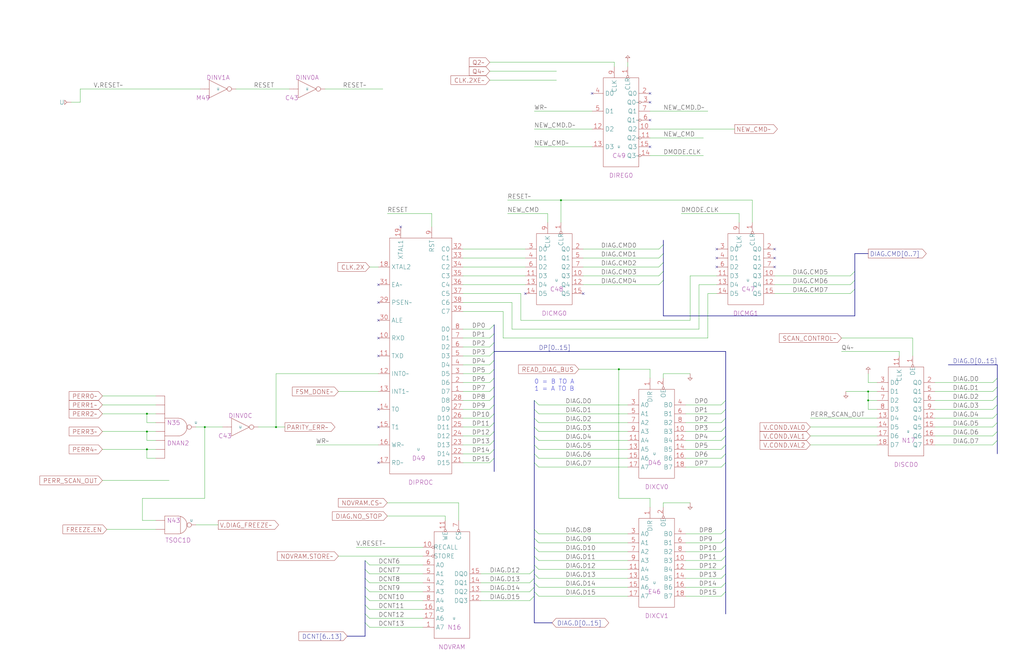
<source format=kicad_sch>
(kicad_sch (version 20220404) (generator eeschema)
  (paper "User" 584.2 378.46)
  (title_block (title "DIAGNOSTIC PROCESSOR\\n8051 AND NOVRAM") (date "22-MAR-90") (rev "1.0") (comment 1 "VALUE") (comment 2 "232-003063") (comment 3 "S400") (comment 4 "RELEASED"))
  (lib_symbols
    (symbol "r1000:8051" (pin_names (offset 1.016))
      (property "Reference" "U" (at 2.54 5.08 0))
      (property "Value" "8051" (at -1.27 -5.08 0))
      (property "Location" "___" (at -1.27 0 0))
      (property "Name" "______" (at 3.81 -15.24 0))
      (symbol "8051_1_1"
        (rectangle (start -13.97 125.73) (end 21.59 -8.89))
        (pin bidirectional line (at 27.94 38.1 180) (length 6.35) (name "D7") (number "1"))
        (pin input line (at -20.32 68.58 0) (length 6.35) (name "RXD") (number "10"))
        (pin output line (at -20.32 58.42 0) (length 6.35) (name "TXD") (number "11"))
        (pin input line (at -20.32 48.26 0) (length 6.35) (name "INT0~") (number "12"))
        (pin input line (at -20.32 38.1 0) (length 6.35) (name "INT1~") (number "13"))
        (pin bidirectional line (at -20.32 27.94 0) (length 6.35) (name "T0") (number "14"))
        (pin input line (at -20.32 17.78 0) (length 6.35) (name "T1") (number "15"))
        (pin output line (at -20.32 7.62 0) (length 6.35) (name "WR~") (number "16"))
        (pin bidirectional line (at -20.32 -2.54 0) (length 6.35) (name "RD~") (number "17"))
        (pin input line (at -20.32 109.22 0) (length 6.35) (name "XTAL2") (number "18"))
        (pin input line (at -7.62 132.08 270) (length 6.35) (name "XTAL1") (number "19"))
        (pin bidirectional line (at 27.94 43.18 180) (length 6.35) (name "D6") (number "2"))
        (pin bidirectional line (at 27.94 -2.54 180) (length 6.35) (name "D15") (number "21"))
        (pin bidirectional line (at 27.94 2.54 180) (length 6.35) (name "D14") (number "22"))
        (pin bidirectional line (at 27.94 7.62 180) (length 6.35) (name "D13") (number "23"))
        (pin bidirectional line (at 27.94 12.7 180) (length 6.35) (name "D12") (number "24"))
        (pin bidirectional line (at 27.94 17.78 180) (length 6.35) (name "D11") (number "25"))
        (pin bidirectional line (at 27.94 22.86 180) (length 6.35) (name "D10") (number "26"))
        (pin bidirectional line (at 27.94 27.94 180) (length 6.35) (name "D9") (number "27"))
        (pin bidirectional line (at 27.94 33.02 180) (length 6.35) (name "D8") (number "28"))
        (pin output line (at -20.32 88.9 0) (length 6.35) (name "PSEN~") (number "29"))
        (pin bidirectional line (at 27.94 48.26 180) (length 6.35) (name "D5") (number "3"))
        (pin output line (at -20.32 78.74 0) (length 6.35) (name "ALE") (number "30"))
        (pin input line (at -20.32 99.06 0) (length 6.35) (name "EA~") (number "31"))
        (pin bidirectional line (at 27.94 119.38 180) (length 6.35) (name "C0") (number "32"))
        (pin bidirectional line (at 27.94 114.3 180) (length 6.35) (name "C1") (number "33"))
        (pin bidirectional line (at 27.94 109.22 180) (length 6.35) (name "C2") (number "34"))
        (pin bidirectional line (at 27.94 104.14 180) (length 6.35) (name "C3") (number "35"))
        (pin bidirectional line (at 27.94 99.06 180) (length 6.35) (name "C4") (number "36"))
        (pin bidirectional line (at 27.94 93.98 180) (length 6.35) (name "C5") (number "37"))
        (pin bidirectional line (at 27.94 88.9 180) (length 6.35) (name "C6") (number "38"))
        (pin bidirectional line (at 27.94 83.82 180) (length 6.35) (name "C7") (number "39"))
        (pin bidirectional line (at 27.94 53.34 180) (length 6.35) (name "D4") (number "4"))
        (pin bidirectional line (at 27.94 58.42 180) (length 6.35) (name "D3") (number "5"))
        (pin bidirectional line (at 27.94 63.5 180) (length 6.35) (name "D2") (number "6"))
        (pin bidirectional line (at 27.94 68.58 180) (length 6.35) (name "D1") (number "7"))
        (pin bidirectional line (at 27.94 73.66 180) (length 6.35) (name "D0") (number "8"))
        (pin input line (at 10.16 132.08 270) (length 6.35) (name "RST") (number "9"))
      )
    )
    (symbol "r1000:F04" (pin_numbers hide) (pin_names hide)
      (property "Reference" "U" (at 0 0 0))
      (property "Value" "F04" (at 1.27 -5.08 0))
      (property "Location" "___" (at -12.7 -5.08 0))
      (property "Name" "______" (at 0 5.08 0))
      (symbol "F04_0_1"
        (polyline (pts (xy -7.62 0) (xy -5.08 0)) (stroke (width 0.1524)))
        (polyline (pts (xy -5.08 5.08) (xy -5.08 -5.08)) (stroke (width 0.1524)))
        (polyline (pts (xy 5.08 0) (xy -5.08 -5.08)) (stroke (width 0.1524)))
        (polyline (pts (xy 5.08 0) (xy -5.08 5.08)) (stroke (width 0.1524)))
        (circle (center 6.35 0) (radius 1.27) (stroke (width 0.1524)))
      )
      (symbol "F04_1_1"
        (pin input line (at -10.16 0 0) (length 2.54) (name "D0") (number "1"))
        (pin output line (at 10.16 0 180) (length 2.54) (name "Q") (number "2"))
      )
    )
    (symbol "r1000:F174" (pin_names (offset 1.016))
      (property "Reference" "U" (at 2.54 5.08 0))
      (property "Value" "F174" (at -3.81 -7.62 0))
      (property "Location" "___" (at -1.27 0 0))
      (property "Name" "______" (at 1.27 -15.24 0))
      (symbol "F174_1_1"
        (rectangle (start -8.89 31.75) (end 11.43 -8.89))
        (circle (center 5.08 32.385) (radius 0.635))
        (pin input line (at 5.08 38.1 270) (length 5.08) (name "CLR") (number "1"))
        (pin output line (at 17.78 7.62 180) (length 6.35) (name "Q3") (number "10"))
        (pin input line (at -15.24 7.62 0) (length 6.35) (name "D3") (number "11"))
        (pin output line (at 17.78 2.54 180) (length 6.35) (name "Q4") (number "12"))
        (pin input line (at -15.24 2.54 0) (length 6.35) (name "D4") (number "13"))
        (pin input line (at -15.24 -2.54 0) (length 6.35) (name "D5") (number "14"))
        (pin output line (at 17.78 -2.54 180) (length 6.35) (name "Q5") (number "15"))
        (pin output line (at 17.78 22.86 180) (length 6.35) (name "Q0") (number "2"))
        (pin input line (at -15.24 22.86 0) (length 6.35) (name "D0") (number "3"))
        (pin input line (at -15.24 17.78 0) (length 6.35) (name "D1") (number "4"))
        (pin output line (at 17.78 17.78 180) (length 6.35) (name "Q1") (number "5"))
        (pin input line (at -15.24 12.7 0) (length 6.35) (name "D2") (number "6"))
        (pin output line (at 17.78 12.7 180) (length 6.35) (name "Q2") (number "7"))
        (pin input line (at -2.54 38.1 270) (length 6.35) (name "CLK") (number "9"))
      )
    )
    (symbol "r1000:F175" (pin_names (offset 1.016))
      (property "Reference" "U" (at 2.54 5.08 0))
      (property "Value" "F175" (at -1.27 -5.08 0))
      (property "Location" "___" (at -1.27 0 0))
      (property "Name" "______" (at 3.81 -12.7 0))
      (symbol "F175_1_1"
        (rectangle (start -6.35 44.45) (end 13.97 -6.35))
        (circle (center 7.62 45.085) (radius 0.635))
        (circle (center 14.605 0) (radius 0.635))
        (circle (center 14.605 10.16) (radius 0.635))
        (circle (center 14.605 20.32) (radius 0.635))
        (circle (center 14.605 30.48) (radius 0.635))
        (pin input line (at 7.62 50.8 270) (length 5.08) (name "CLR") (number "1"))
        (pin output line (at 20.32 15.24 180) (length 6.35) (name "Q2") (number "10"))
        (pin output line (at 20.32 10.16 180) (length 5.08) (name "Q2~") (number "11"))
        (pin input line (at -12.7 15.24 0) (length 6.35) (name "D2") (number "12"))
        (pin input line (at -12.7 5.08 0) (length 6.35) (name "D3") (number "13"))
        (pin output line (at 20.32 0 180) (length 5.08) (name "Q3~") (number "14"))
        (pin output line (at 20.32 5.08 180) (length 6.35) (name "Q3") (number "15"))
        (pin output line (at 20.32 35.56 180) (length 6.35) (name "Q0") (number "2"))
        (pin output line (at 20.32 30.48 180) (length 5.08) (name "Q0~") (number "3"))
        (pin input line (at -12.7 35.56 0) (length 6.35) (name "D0") (number "4"))
        (pin input line (at -12.7 25.4 0) (length 6.35) (name "D1") (number "5"))
        (pin output line (at 20.32 20.32 180) (length 5.08) (name "Q1~") (number "6"))
        (pin output line (at 20.32 25.4 180) (length 6.35) (name "Q1") (number "7"))
        (pin input line (at 0 50.8 270) (length 6.35) (name "CLK") (number "9"))
      )
    )
    (symbol "r1000:F245" (pin_names (offset 1.016))
      (property "Reference" "U" (at 2.54 5.08 0))
      (property "Value" "F245" (at -3.81 -7.62 0))
      (property "Location" "___" (at -1.27 0 0))
      (property "Name" "______" (at 3.81 -15.24 0))
      (symbol "F245_1_1"
        (rectangle (start -6.35 41.91) (end 13.97 -8.89))
        (circle (center 7.62 42.545) (radius 0.635))
        (pin input line (at 0 48.26 270) (length 6.35) (name "DIR") (number "1"))
        (pin bidirectional line (at 20.32 17.78 180) (length 6.35) (name "B3") (number "10"))
        (pin bidirectional line (at -12.7 12.7 0) (length 6.35) (name "A4") (number "11"))
        (pin bidirectional line (at 20.32 12.7 180) (length 6.35) (name "B4") (number "12"))
        (pin bidirectional line (at -12.7 7.62 0) (length 6.35) (name "A5") (number "13"))
        (pin bidirectional line (at 20.32 7.62 180) (length 6.35) (name "B5") (number "14"))
        (pin bidirectional line (at -12.7 2.54 0) (length 6.35) (name "A6") (number "15"))
        (pin bidirectional line (at 20.32 2.54 180) (length 6.35) (name "B6") (number "16"))
        (pin bidirectional line (at -12.7 -2.54 0) (length 6.35) (name "A7") (number "17"))
        (pin bidirectional line (at 20.32 -2.54 180) (length 6.35) (name "B7") (number "18"))
        (pin input line (at 7.62 48.26 270) (length 5.08) (name "OE") (number "2"))
        (pin bidirectional line (at -12.7 33.02 0) (length 6.35) (name "A0") (number "3"))
        (pin bidirectional line (at 20.32 33.02 180) (length 6.35) (name "B0") (number "4"))
        (pin bidirectional line (at -12.7 27.94 0) (length 6.35) (name "A1") (number "5"))
        (pin bidirectional line (at 20.32 27.94 180) (length 6.35) (name "B1") (number "6"))
        (pin bidirectional line (at -12.7 22.86 0) (length 6.35) (name "A2") (number "7"))
        (pin bidirectional line (at 20.32 22.86 180) (length 6.35) (name "B2") (number "8"))
        (pin bidirectional line (at -12.7 17.78 0) (length 6.35) (name "A3") (number "9"))
      )
    )
    (symbol "r1000:F30" (pin_numbers hide) (pin_names hide)
      (property "Reference" "U" (at 15.24 2.54 0))
      (property "Value" "F30" (at 2.54 -2.54 0))
      (property "Location" "___" (at 2.54 2.54 0))
      (property "Name" "______" (at 5.08 -10.62 0))
      (symbol "F30_0_0"
        (polyline (pts (xy -2.54 -5.08) (xy 5.08 -5.08)) (stroke (width 0.1524)))
        (polyline (pts (xy -2.54 5.08) (xy 5.08 5.08)) (stroke (width 0.1524)))
        (arc (start 5.08 -5.08) (mid 8.6721 -3.5921) (end 10.16 0) (stroke (width 0.1524)))
        (arc (start 10.16 0) (mid 8.6721 3.5921) (end 5.08 5.08) (stroke (width 0.1524)))
        (circle (center 11.43 0) (radius 1.27) (stroke (width 0.1524)))
      )
      (symbol "F30_0_1"
        (polyline (pts (xy -2.54 -7.62) (xy -2.54 -17.78)) (stroke (width 0.1524)))
        (polyline (pts (xy -2.54 -5.08) (xy -2.54 -7.62)) (stroke (width 0.1524)))
        (polyline (pts (xy -2.54 5.08) (xy -2.54 -5.08)) (stroke (width 0.1524)))
        (polyline (pts (xy -2.54 7.62) (xy -2.54 5.08)) (stroke (width 0.1524)))
        (polyline (pts (xy -2.54 17.145) (xy -2.54 7.62)) (stroke (width 0.1524)))
        (polyline (pts (xy -2.54 17.78) (xy -2.54 17.145)) (stroke (width 0.1524)))
      )
      (symbol "F30_1_1"
        (pin input line (at -7.62 7.62 0) (length 5.08) (name "D2") (number "1"))
        (pin input line (at -7.62 17.78 0) (length 5.08) (name "D0") (number "11"))
        (pin input line (at -7.62 12.7 0) (length 5.08) (name "D1") (number "12"))
        (pin input line (at -7.62 2.54 0) (length 5.08) (name "D3") (number "2"))
        (pin input line (at -7.62 -2.54 0) (length 5.08) (name "D4") (number "3"))
        (pin input line (at -7.62 -7.62 0) (length 5.08) (name "D5") (number "4"))
        (pin input line (at -7.62 -12.7 0) (length 5.08) (name "D6") (number "5"))
        (pin input line (at -7.62 -17.78 0) (length 5.08) (name "D7") (number "6"))
        (pin output line (at 15.24 0 180) (length 2.54) (name "Q") (number "8"))
      )
    )
    (symbol "r1000:F374" (pin_names (offset 1.016))
      (property "Reference" "U" (at 2.54 5.08 0))
      (property "Value" "F374" (at -3.81 -7.62 0))
      (property "Location" "___" (at -1.27 0 0))
      (property "Name" "______" (at 1.27 -15.24 0))
      (symbol "F374_1_1"
        (rectangle (start -8.89 41.91) (end 11.43 -8.89))
        (circle (center 5.08 42.545) (radius 0.635))
        (pin input line (at 5.08 48.26 270) (length 5.08) (name "OE") (number "1"))
        (pin input line (at -2.54 48.26 270) (length 6.35) (name "CLK") (number "11"))
        (pin tri_state line (at 17.78 12.7 180) (length 6.35) (name "Q4") (number "12"))
        (pin input line (at -15.24 12.7 0) (length 6.35) (name "D4") (number "13"))
        (pin input line (at -15.24 7.62 0) (length 6.35) (name "D5") (number "14"))
        (pin tri_state line (at 17.78 7.62 180) (length 6.35) (name "Q5") (number "15"))
        (pin tri_state line (at 17.78 2.54 180) (length 6.35) (name "Q6") (number "16"))
        (pin input line (at -15.24 2.54 0) (length 6.35) (name "D6") (number "17"))
        (pin input line (at -15.24 -2.54 0) (length 6.35) (name "D7") (number "18"))
        (pin tri_state line (at 17.78 -2.54 180) (length 6.35) (name "Q7") (number "19"))
        (pin tri_state line (at 17.78 33.02 180) (length 6.35) (name "Q0") (number "2"))
        (pin input line (at -15.24 33.02 0) (length 6.35) (name "D0") (number "3"))
        (pin input line (at -15.24 27.94 0) (length 6.35) (name "D1") (number "4"))
        (pin tri_state line (at 17.78 27.94 180) (length 6.35) (name "Q1") (number "5"))
        (pin tri_state line (at 17.78 22.86 180) (length 6.35) (name "Q2") (number "6"))
        (pin input line (at -15.24 22.86 0) (length 6.35) (name "D2") (number "7"))
        (pin input line (at -15.24 17.78 0) (length 6.35) (name "D3") (number "8"))
        (pin tri_state line (at 17.78 17.78 180) (length 6.35) (name "Q3") (number "9"))
      )
    )
    (symbol "r1000:F38" (pin_numbers hide) (pin_names hide)
      (property "Reference" "U" (at 12.7 2.54 0))
      (property "Value" "F38" (at 2.54 -2.54 0))
      (property "Location" "___" (at 2.54 2.54 0))
      (property "Name" "______" (at 5.08 -10.16 0))
      (symbol "F38_0_1"
        (polyline (pts (xy -2.54 -5.08) (xy 5.08 -5.08)) (stroke (width 0.1524)))
        (polyline (pts (xy -2.54 5.08) (xy -2.54 -5.08)) (stroke (width 0.1524)))
        (polyline (pts (xy -2.54 5.08) (xy 5.08 5.08)) (stroke (width 0.1524)))
        (polyline (pts (xy 6.45 4.9) (xy 6.45 -4.9)) (stroke (width 0.1524)))
        (arc (start 5.08 -5.08) (mid 8.6786 -3.5986) (end 10.16 0) (stroke (width 0.1524)))
        (arc (start 10.16 0) (mid 8.6721 3.5921) (end 5.08 5.08) (stroke (width 0.1524)))
        (circle (center 11.43 0) (radius 1.27) (stroke (width 0.1524)))
      )
      (symbol "F38_0_2"
        (arc (start -3.81 -5.08) (mid -1.8386 0) (end -3.81 5.08) (stroke (width 0.1524)))
        (circle (center -3.81 -2.54) (radius 1.27) (stroke (width 0.1524)))
        (circle (center -3.81 2.54) (radius 1.27) (stroke (width 0.1524)))
        (polyline (pts (xy -3.81 -5.08) (xy 2.54 -5.08)) (stroke (width 0.1524)))
        (polyline (pts (xy -3.81 5.08) (xy 2.54 5.08)) (stroke (width 0.1524)))
        (polyline (pts (xy 7.62 3.175) (xy 7.62 -3.175)) (stroke (width 0.1524)))
        (arc (start 2.54 -5.08) (mid 7.0537 -3.5955) (end 10.16 0) (stroke (width 0.1524)))
        (arc (start 10.16 0) (mid 7.0527 3.594) (end 2.54 5.08) (stroke (width 0.1524)))
      )
      (symbol "F38_1_1"
        (pin input line (at -7.62 2.54 0) (length 5.08) (name "D0") (number "1"))
        (pin input line (at -7.62 -2.54 0) (length 5.08) (name "D1") (number "2"))
        (pin open_collector line (at 15.24 0 180) (length 2.54) (name "Q") (number "3"))
      )
      (symbol "F38_1_2"
        (pin input line (at -7.62 2.54 0) (length 2.54) (name "D0") (number "1"))
        (pin input line (at -7.62 -2.54 0) (length 2.54) (name "D1") (number "2"))
        (pin open_collector line (at 15.24 0 180) (length 5.08) (name "Q") (number "3"))
      )
    )
    (symbol "r1000:GB" (pin_numbers hide) (pin_names (offset 0) hide)
      (property "Reference" "GB" (at 3.81 0 0))
      (symbol "GB_0_1"
        (polyline (pts (xy 2.54 0) (xy 3.81 1.27) (xy 3.81 -1.27) (xy 2.54 0)) (stroke (width 0.1524)))
      )
      (symbol "GB_1_1"
        (pin bidirectional line (at 0 0 0) (length 2.54) (name "") (number "1"))
      )
    )
    (symbol "r1000:NOVRAM" (pin_names (offset 1.016))
      (property "Reference" "U" (at 2.54 5.08 0))
      (property "Value" "NOVRAM" (at -6.35 -5.08 0))
      (property "Location" "___" (at -1.27 0 0))
      (property "Name" "______" (at 1.27 -12.7 0))
      (symbol "NOVRAM_1_1"
        (circle (center -9.525 40.64) (radius 0.635))
        (circle (center -9.525 45.72) (radius 0.635))
        (rectangle (start -8.89 54.61) (end 11.43 -6.35))
        (circle (center -2.54 55.245) (radius 0.635))
        (circle (center 5.08 55.245) (radius 0.635))
        (pin input line (at -15.24 0 0) (length 6.35) (name "A7") (number "1"))
        (pin input line (at -15.24 45.72 0) (length 5.08) (name "RECALL") (number "10"))
        (pin input line (at -2.54 60.96 270) (length 5.08) (name "WE") (number "11"))
        (pin bidirectional line (at 17.78 15.24 180) (length 6.35) (name "DQ3") (number "12"))
        (pin bidirectional line (at 17.78 20.32 180) (length 6.35) (name "DQ2") (number "13"))
        (pin bidirectional line (at 17.78 25.4 180) (length 6.35) (name "DQ1") (number "14"))
        (pin bidirectional line (at 17.78 30.48 180) (length 6.35) (name "DQ0") (number "15"))
        (pin input line (at -15.24 10.16 0) (length 6.35) (name "A5") (number "16"))
        (pin input line (at -15.24 5.08 0) (length 6.35) (name "A6") (number "17"))
        (pin input line (at -15.24 20.32 0) (length 6.35) (name "A3") (number "3"))
        (pin input line (at -15.24 25.4 0) (length 6.35) (name "A2") (number "4"))
        (pin input line (at -15.24 30.48 0) (length 6.35) (name "A1") (number "5"))
        (pin input line (at -15.24 35.56 0) (length 6.35) (name "A0") (number "6"))
        (pin input line (at 5.08 60.96 270) (length 5.08) (name "CS") (number "7"))
        (pin input line (at -15.24 15.24 0) (length 6.35) (name "A4") (number "8"))
        (pin input line (at -15.24 40.64 0) (length 5.08) (name "STORE") (number "9"))
      )
    )
    (symbol "r1000:PD" (power) (pin_numbers hide) (pin_names hide) (in_bom no)
      (symbol "PD_0_1"
        (polyline (pts (xy 0 -2.54) (xy 1.27 -2.54) (xy 0 -3.81) (xy -1.27 -2.54) (xy 0 -2.54)) (stroke (width 0.1524)))
      )
      (symbol "PD_1_1"
        (pin power_in line (at 0 0 270) (length 2.54) (name "PD") (number "1"))
      )
    )
    (symbol "r1000:PU" (power) (pin_numbers hide) (pin_names hide)
      (symbol "PU_0_1"
        (polyline (pts (xy 0 2.54) (xy -1.27 2.54) (xy 0 3.81) (xy 1.27 2.54) (xy 0 2.54)) (stroke (width 0.1524)))
      )
      (symbol "PU_1_1"
        (pin power_in line (at 0 0 90) (length 2.54) (name "PU") (number "1"))
      )
    )
  )
  (junction (at 157.48 243.84))
  (junction (at 353.06 210.82))
  (junction (at 83.82 256.54))
  (junction (at 116.84 243.84))
  (junction (at 320.04 114.3))
  (junction (at 495.3 223.52))
  (junction (at 83.82 246.38))
  (junction (at 83.82 236.22))
  (junction (at 495.3 228.6))
  (no_connect (at 441.96 152.4))
  (no_connect (at 337.82 53.34))
  (no_connect (at 215.9 182.88))
  (no_connect (at 228.6 129.54))
  (no_connect (at 215.9 193.04))
  (no_connect (at 215.9 203.2))
  (no_connect (at 408.94 152.4))
  (no_connect (at 408.94 147.32))
  (no_connect (at 215.9 264.16))
  (no_connect (at 215.9 162.56))
  (no_connect (at 332.74 167.64))
  (no_connect (at 441.96 142.24))
  (no_connect (at 370.84 58.42))
  (no_connect (at 215.9 172.72))
  (no_connect (at 441.96 147.32))
  (no_connect (at 370.84 68.58))
  (no_connect (at 370.84 53.34))
  (no_connect (at 215.9 233.68))
  (no_connect (at 299.72 167.64))
  (no_connect (at 408.94 142.24))
  (no_connect (at 215.9 243.84))
  (no_connect (at 370.84 83.82))
  (bus_entry (at 208.28 350.52) (size 2.54 2.54))
  (bus_entry (at 414.02 317.5) (size -2.54 2.54))
  (bus_entry (at 281.94 210.82) (size -2.54 2.54))
  (bus_entry (at 304.8 322.58) (size 2.54 2.54))
  (bus_entry (at 304.8 259.08) (size 2.54 2.54))
  (bus_entry (at 304.8 340.36) (size -2.54 2.54))
  (bus_entry (at 568.96 220.98) (size -2.54 2.54))
  (bus_entry (at 487.68 160.02) (size -2.54 2.54))
  (bus_entry (at 281.94 256.54) (size -2.54 2.54))
  (bus_entry (at 281.94 241.3) (size -2.54 2.54))
  (bus_entry (at 414.02 233.68) (size -2.54 2.54))
  (bus_entry (at 304.8 243.84) (size 2.54 2.54))
  (bus_entry (at 304.8 307.34) (size 2.54 2.54))
  (bus_entry (at 304.8 335.28) (size -2.54 2.54))
  (bus_entry (at 414.02 228.6) (size -2.54 2.54))
  (bus_entry (at 304.8 238.76) (size 2.54 2.54))
  (bus_entry (at 414.02 264.16) (size -2.54 2.54))
  (bus_entry (at 304.8 330.2) (size -2.54 2.54))
  (bus_entry (at 487.68 154.94) (size -2.54 2.54))
  (bus_entry (at 414.02 238.76) (size -2.54 2.54))
  (bus_entry (at 414.02 254) (size -2.54 2.54))
  (bus_entry (at 281.94 231.14) (size -2.54 2.54))
  (bus_entry (at 281.94 215.9) (size -2.54 2.54))
  (bus_entry (at 281.94 251.46) (size -2.54 2.54))
  (bus_entry (at 304.8 317.5) (size 2.54 2.54))
  (bus_entry (at 281.94 190.5) (size -2.54 2.54))
  (bus_entry (at 281.94 185.42) (size -2.54 2.54))
  (bus_entry (at 568.96 251.46) (size -2.54 2.54))
  (bus_entry (at 378.46 139.7) (size -2.54 2.54))
  (bus_entry (at 414.02 322.58) (size -2.54 2.54))
  (bus_entry (at 414.02 248.92) (size -2.54 2.54))
  (bus_entry (at 414.02 332.74) (size -2.54 2.54))
  (bus_entry (at 304.8 264.16) (size 2.54 2.54))
  (bus_entry (at 281.94 205.74) (size -2.54 2.54))
  (bus_entry (at 414.02 312.42) (size -2.54 2.54))
  (bus_entry (at 414.02 302.26) (size -2.54 2.54))
  (bus_entry (at 281.94 200.66) (size -2.54 2.54))
  (bus_entry (at 568.96 246.38) (size -2.54 2.54))
  (bus_entry (at 378.46 160.02) (size -2.54 2.54))
  (bus_entry (at 304.8 337.82) (size 2.54 2.54))
  (bus_entry (at 568.96 236.22) (size -2.54 2.54))
  (bus_entry (at 304.8 327.66) (size 2.54 2.54))
  (bus_entry (at 414.02 337.82) (size -2.54 2.54))
  (bus_entry (at 208.28 340.36) (size 2.54 2.54))
  (bus_entry (at 304.8 325.12) (size -2.54 2.54))
  (bus_entry (at 568.96 241.3) (size -2.54 2.54))
  (bus_entry (at 378.46 144.78) (size -2.54 2.54))
  (bus_entry (at 304.8 254) (size 2.54 2.54))
  (bus_entry (at 378.46 149.86) (size -2.54 2.54))
  (bus_entry (at 378.46 154.94) (size -2.54 2.54))
  (bus_entry (at 281.94 236.22) (size -2.54 2.54))
  (bus_entry (at 568.96 231.14) (size -2.54 2.54))
  (bus_entry (at 281.94 226.06) (size -2.54 2.54))
  (bus_entry (at 304.8 228.6) (size 2.54 2.54))
  (bus_entry (at 414.02 327.66) (size -2.54 2.54))
  (bus_entry (at 414.02 243.84) (size -2.54 2.54))
  (bus_entry (at 281.94 261.62) (size -2.54 2.54))
  (bus_entry (at 208.28 320.04) (size 2.54 2.54))
  (bus_entry (at 281.94 195.58) (size -2.54 2.54))
  (bus_entry (at 304.8 233.68) (size 2.54 2.54))
  (bus_entry (at 568.96 215.9) (size -2.54 2.54))
  (bus_entry (at 208.28 325.12) (size 2.54 2.54))
  (bus_entry (at 304.8 302.26) (size 2.54 2.54))
  (bus_entry (at 414.02 307.34) (size -2.54 2.54))
  (bus_entry (at 568.96 226.06) (size -2.54 2.54))
  (bus_entry (at 208.28 335.28) (size 2.54 2.54))
  (bus_entry (at 281.94 246.38) (size -2.54 2.54))
  (bus_entry (at 304.8 248.92) (size 2.54 2.54))
  (bus_entry (at 208.28 330.2) (size 2.54 2.54))
  (bus_entry (at 208.28 355.6) (size 2.54 2.54))
  (bus_entry (at 414.02 259.08) (size -2.54 2.54))
  (bus_entry (at 304.8 332.74) (size 2.54 2.54))
  (bus_entry (at 487.68 165.1) (size -2.54 2.54))
  (bus_entry (at 304.8 312.42) (size 2.54 2.54))
  (bus_entry (at 281.94 220.98) (size -2.54 2.54))
  (bus_entry (at 208.28 345.44) (size 2.54 2.54))
  (wire (pts (xy 88.9 297.18) (xy 81.28 297.18)))
  (wire (pts (xy 378.46 287.02) (xy 393.7 287.02)))
  (wire (pts (xy 264.16 208.28) (xy 279.4 208.28)))
  (wire (pts (xy 116.84 243.84) (xy 127 243.84)))
  (wire (pts (xy 157.48 243.84) (xy 162.56 243.84)))
  (wire (pts (xy 83.82 241.3) (xy 83.82 236.22)))
  (wire (pts (xy 441.96 167.64) (xy 485.14 167.64)))
  (wire (pts (xy 332.74 147.32) (xy 375.92 147.32)))
  (bus (pts (xy 304.8 337.82) (xy 304.8 340.36)))
  (bus (pts (xy 414.02 302.26) (xy 414.02 307.34)))
  (bus (pts (xy 568.96 215.9) (xy 568.96 220.98)))
  (wire (pts (xy 111.76 299.72) (xy 124.46 299.72)))
  (wire (pts (xy 391.16 304.8) (xy 411.48 304.8)))
  (wire (pts (xy 533.4 254) (xy 566.42 254)))
  (wire (pts (xy 58.42 236.22) (xy 83.82 236.22)))
  (wire (pts (xy 403.86 167.64) (xy 408.94 167.64)))
  (bus (pts (xy 414.02 327.66) (xy 414.02 332.74)))
  (wire (pts (xy 83.82 246.38) (xy 88.9 246.38)))
  (bus (pts (xy 568.96 208.28) (xy 568.96 215.9)))
  (bus (pts (xy 568.96 241.3) (xy 568.96 246.38)))
  (wire (pts (xy 500.38 233.68) (xy 495.3 233.68)))
  (bus (pts (xy 378.46 149.86) (xy 378.46 154.94)))
  (bus (pts (xy 304.8 355.6) (xy 314.96 355.6)))
  (bus (pts (xy 414.02 264.16) (xy 414.02 302.26)))
  (bus (pts (xy 414.02 228.6) (xy 414.02 233.68)))
  (bus (pts (xy 281.94 246.38) (xy 281.94 251.46)))
  (bus (pts (xy 414.02 233.68) (xy 414.02 238.76)))
  (wire (pts (xy 495.3 228.6) (xy 495.3 223.52)))
  (bus (pts (xy 378.46 137.16) (xy 378.46 139.7)))
  (wire (pts (xy 332.74 157.48) (xy 375.92 157.48)))
  (wire (pts (xy 58.42 231.14) (xy 88.9 231.14)))
  (wire (pts (xy 403.86 193.04) (xy 403.86 167.64)))
  (wire (pts (xy 307.34 231.14) (xy 358.14 231.14)))
  (wire (pts (xy 58.42 256.54) (xy 83.82 256.54)))
  (wire (pts (xy 520.7 193.04) (xy 480.06 193.04)))
  (wire (pts (xy 307.34 266.7) (xy 358.14 266.7)))
  (bus (pts (xy 568.96 226.06) (xy 568.96 231.14)))
  (wire (pts (xy 482.6 223.52) (xy 495.3 223.52)))
  (bus (pts (xy 414.02 254) (xy 414.02 259.08)))
  (wire (pts (xy 264.16 223.52) (xy 279.4 223.52)))
  (wire (pts (xy 378.46 213.36) (xy 393.7 213.36)))
  (wire (pts (xy 441.96 162.56) (xy 485.14 162.56)))
  (wire (pts (xy 185.42 50.8) (xy 218.44 50.8)))
  (wire (pts (xy 279.4 40.64) (xy 317.5 40.64)))
  (wire (pts (xy 391.16 261.62) (xy 411.48 261.62)))
  (bus (pts (xy 487.68 144.78) (xy 495.3 144.78)))
  (wire (pts (xy 495.3 223.52) (xy 500.38 223.52)))
  (bus (pts (xy 487.68 154.94) (xy 487.68 160.02)))
  (wire (pts (xy 261.62 287.02) (xy 261.62 297.18)))
  (wire (pts (xy 391.16 314.96) (xy 411.48 314.96)))
  (wire (pts (xy 391.16 266.7) (xy 411.48 266.7)))
  (wire (pts (xy 393.7 157.48) (xy 408.94 157.48)))
  (bus (pts (xy 304.8 248.92) (xy 304.8 254)))
  (bus (pts (xy 281.94 231.14) (xy 281.94 236.22)))
  (wire (pts (xy 370.84 73.66) (xy 419.1 73.66)))
  (wire (pts (xy 114.3 50.8) (xy 45.72 50.8)))
  (wire (pts (xy 370.84 289.56) (xy 370.84 284.48)))
  (wire (pts (xy 264.16 213.36) (xy 279.4 213.36)))
  (bus (pts (xy 304.8 312.42) (xy 304.8 317.5)))
  (wire (pts (xy 391.16 335.28) (xy 411.48 335.28)))
  (wire (pts (xy 287.02 193.04) (xy 403.86 193.04)))
  (bus (pts (xy 281.94 220.98) (xy 281.94 226.06)))
  (wire (pts (xy 358.14 35.56) (xy 358.14 38.1)))
  (wire (pts (xy 462.28 238.76) (xy 500.38 238.76)))
  (wire (pts (xy 116.84 284.48) (xy 116.84 243.84)))
  (wire (pts (xy 60.96 302.26) (xy 88.9 302.26)))
  (wire (pts (xy 264.16 264.16) (xy 279.4 264.16)))
  (wire (pts (xy 307.34 246.38) (xy 358.14 246.38)))
  (wire (pts (xy 408.94 162.56) (xy 398.78 162.56)))
  (bus (pts (xy 281.94 236.22) (xy 281.94 241.3)))
  (wire (pts (xy 533.4 243.84) (xy 566.42 243.84)))
  (wire (pts (xy 193.04 223.52) (xy 215.9 223.52)))
  (wire (pts (xy 353.06 210.82) (xy 353.06 284.48)))
  (wire (pts (xy 304.8 83.82) (xy 337.82 83.82)))
  (bus (pts (xy 541.02 208.28) (xy 568.96 208.28)))
  (wire (pts (xy 210.82 332.74) (xy 241.3 332.74)))
  (wire (pts (xy 307.34 256.54) (xy 358.14 256.54)))
  (wire (pts (xy 81.28 284.48) (xy 116.84 284.48)))
  (wire (pts (xy 58.42 274.32) (xy 96.52 274.32)))
  (wire (pts (xy 297.18 182.88) (xy 393.7 182.88)))
  (wire (pts (xy 533.4 218.44) (xy 566.42 218.44)))
  (wire (pts (xy 210.82 152.4) (xy 215.9 152.4)))
  (wire (pts (xy 264.16 162.56) (xy 299.72 162.56)))
  (bus (pts (xy 208.28 325.12) (xy 208.28 330.2)))
  (wire (pts (xy 58.42 226.06) (xy 88.9 226.06)))
  (wire (pts (xy 289.56 121.92) (xy 312.42 121.92)))
  (bus (pts (xy 281.94 200.66) (xy 414.02 200.66)))
  (wire (pts (xy 332.74 152.4) (xy 375.92 152.4)))
  (bus (pts (xy 281.94 215.9) (xy 281.94 220.98)))
  (wire (pts (xy 180.34 254) (xy 215.9 254)))
  (wire (pts (xy 264.16 203.2) (xy 279.4 203.2)))
  (wire (pts (xy 495.3 233.68) (xy 495.3 228.6)))
  (wire (pts (xy 462.28 248.92) (xy 500.38 248.92)))
  (wire (pts (xy 210.82 337.82) (xy 241.3 337.82)))
  (bus (pts (xy 487.68 160.02) (xy 487.68 165.1)))
  (wire (pts (xy 350.52 38.1) (xy 350.52 35.56)))
  (wire (pts (xy 220.98 294.64) (xy 254 294.64)))
  (wire (pts (xy 274.32 327.66) (xy 302.26 327.66)))
  (wire (pts (xy 304.8 73.66) (xy 337.82 73.66)))
  (bus (pts (xy 304.8 238.76) (xy 304.8 243.84)))
  (bus (pts (xy 208.28 355.6) (xy 208.28 363.22)))
  (wire (pts (xy 391.16 320.04) (xy 411.48 320.04)))
  (bus (pts (xy 487.68 165.1) (xy 487.68 180.34)))
  (bus (pts (xy 304.8 335.28) (xy 304.8 337.82)))
  (wire (pts (xy 307.34 304.8) (xy 358.14 304.8)))
  (wire (pts (xy 264.16 177.8) (xy 287.02 177.8)))
  (wire (pts (xy 378.46 289.56) (xy 378.46 287.02)))
  (bus (pts (xy 568.96 231.14) (xy 568.96 236.22)))
  (bus (pts (xy 378.46 139.7) (xy 378.46 144.78)))
  (wire (pts (xy 210.82 358.14) (xy 241.3 358.14)))
  (wire (pts (xy 320.04 114.3) (xy 429.26 114.3)))
  (wire (pts (xy 312.42 127) (xy 312.42 121.92)))
  (bus (pts (xy 414.02 200.66) (xy 414.02 228.6)))
  (wire (pts (xy 287.02 177.8) (xy 287.02 193.04)))
  (wire (pts (xy 370.84 284.48) (xy 353.06 284.48)))
  (bus (pts (xy 304.8 228.6) (xy 304.8 233.68)))
  (wire (pts (xy 533.4 228.6) (xy 566.42 228.6)))
  (wire (pts (xy 391.16 236.22) (xy 411.48 236.22)))
  (wire (pts (xy 210.82 327.66) (xy 241.3 327.66)))
  (wire (pts (xy 370.84 215.9) (xy 370.84 210.82)))
  (wire (pts (xy 391.16 251.46) (xy 411.48 251.46)))
  (wire (pts (xy 292.1 187.96) (xy 292.1 172.72)))
  (wire (pts (xy 246.38 129.54) (xy 246.38 121.92)))
  (bus (pts (xy 487.68 144.78) (xy 487.68 154.94)))
  (bus (pts (xy 198.12 363.22) (xy 208.28 363.22)))
  (wire (pts (xy 307.34 261.62) (xy 358.14 261.62)))
  (bus (pts (xy 568.96 246.38) (xy 568.96 251.46)))
  (wire (pts (xy 391.16 246.38) (xy 411.48 246.38)))
  (wire (pts (xy 58.42 246.38) (xy 83.82 246.38)))
  (wire (pts (xy 203.2 312.42) (xy 241.3 312.42)))
  (wire (pts (xy 264.16 218.44) (xy 279.4 218.44)))
  (wire (pts (xy 462.28 243.84) (xy 500.38 243.84)))
  (wire (pts (xy 307.34 309.88) (xy 358.14 309.88)))
  (bus (pts (xy 304.8 332.74) (xy 304.8 335.28)))
  (wire (pts (xy 83.82 236.22) (xy 88.9 236.22)))
  (wire (pts (xy 391.16 330.2) (xy 411.48 330.2)))
  (wire (pts (xy 297.18 167.64) (xy 297.18 182.88)))
  (wire (pts (xy 520.7 203.2) (xy 520.7 193.04)))
  (bus (pts (xy 304.8 302.26) (xy 304.8 307.34)))
  (wire (pts (xy 210.82 342.9) (xy 241.3 342.9)))
  (wire (pts (xy 261.62 287.02) (xy 220.98 287.02)))
  (wire (pts (xy 307.34 330.2) (xy 358.14 330.2)))
  (wire (pts (xy 274.32 332.74) (xy 302.26 332.74)))
  (bus (pts (xy 281.94 195.58) (xy 281.94 200.66)))
  (wire (pts (xy 462.28 254) (xy 500.38 254)))
  (wire (pts (xy 391.16 231.14) (xy 411.48 231.14)))
  (wire (pts (xy 393.7 182.88) (xy 393.7 157.48)))
  (bus (pts (xy 304.8 254) (xy 304.8 259.08)))
  (bus (pts (xy 281.94 256.54) (xy 281.94 261.62)))
  (wire (pts (xy 292.1 172.72) (xy 264.16 172.72)))
  (bus (pts (xy 414.02 322.58) (xy 414.02 327.66)))
  (wire (pts (xy 332.74 142.24) (xy 375.92 142.24)))
  (wire (pts (xy 274.32 342.9) (xy 302.26 342.9)))
  (wire (pts (xy 264.16 187.96) (xy 279.4 187.96)))
  (bus (pts (xy 304.8 259.08) (xy 304.8 264.16)))
  (wire (pts (xy 320.04 114.3) (xy 320.04 127)))
  (bus (pts (xy 568.96 236.22) (xy 568.96 241.3)))
  (bus (pts (xy 304.8 330.2) (xy 304.8 332.74)))
  (wire (pts (xy 193.04 317.5) (xy 241.3 317.5)))
  (wire (pts (xy 533.4 223.52) (xy 566.42 223.52)))
  (bus (pts (xy 414.02 312.42) (xy 414.02 317.5)))
  (wire (pts (xy 147.32 243.84) (xy 157.48 243.84)))
  (bus (pts (xy 304.8 327.66) (xy 304.8 330.2)))
  (wire (pts (xy 45.72 58.42) (xy 40.64 58.42)))
  (wire (pts (xy 391.16 241.3) (xy 411.48 241.3)))
  (bus (pts (xy 378.46 154.94) (xy 378.46 160.02)))
  (bus (pts (xy 378.46 160.02) (xy 378.46 180.34)))
  (wire (pts (xy 533.4 233.68) (xy 566.42 233.68)))
  (wire (pts (xy 391.16 256.54) (xy 411.48 256.54)))
  (wire (pts (xy 289.56 114.3) (xy 320.04 114.3)))
  (wire (pts (xy 279.4 45.72) (xy 317.5 45.72)))
  (wire (pts (xy 307.34 241.3) (xy 358.14 241.3)))
  (bus (pts (xy 304.8 243.84) (xy 304.8 248.92)))
  (wire (pts (xy 307.34 314.96) (xy 358.14 314.96)))
  (bus (pts (xy 208.28 350.52) (xy 208.28 355.6)))
  (bus (pts (xy 281.94 241.3) (xy 281.94 246.38)))
  (bus (pts (xy 208.28 330.2) (xy 208.28 335.28)))
  (wire (pts (xy 264.16 228.6) (xy 279.4 228.6)))
  (wire (pts (xy 134.62 50.8) (xy 165.1 50.8)))
  (wire (pts (xy 495.3 218.44) (xy 495.3 213.36)))
  (wire (pts (xy 88.9 241.3) (xy 83.82 241.3)))
  (wire (pts (xy 264.16 198.12) (xy 279.4 198.12)))
  (wire (pts (xy 500.38 228.6) (xy 495.3 228.6)))
  (wire (pts (xy 353.06 210.82) (xy 370.84 210.82)))
  (wire (pts (xy 274.32 337.82) (xy 302.26 337.82)))
  (wire (pts (xy 88.9 251.46) (xy 83.82 251.46)))
  (wire (pts (xy 264.16 142.24) (xy 299.72 142.24)))
  (bus (pts (xy 414.02 317.5) (xy 414.02 322.58)))
  (wire (pts (xy 398.78 162.56) (xy 398.78 187.96)))
  (wire (pts (xy 421.64 127) (xy 421.64 121.92)))
  (wire (pts (xy 391.16 325.12) (xy 411.48 325.12)))
  (wire (pts (xy 83.82 256.54) (xy 88.9 256.54)))
  (bus (pts (xy 281.94 210.82) (xy 281.94 215.9)))
  (bus (pts (xy 281.94 200.66) (xy 281.94 205.74)))
  (wire (pts (xy 279.4 35.56) (xy 350.52 35.56)))
  (wire (pts (xy 264.16 193.04) (xy 279.4 193.04)))
  (bus (pts (xy 304.8 264.16) (xy 304.8 302.26)))
  (wire (pts (xy 254 297.18) (xy 254 294.64)))
  (wire (pts (xy 264.16 147.32) (xy 299.72 147.32)))
  (wire (pts (xy 111.76 243.84) (xy 116.84 243.84)))
  (bus (pts (xy 414.02 248.92) (xy 414.02 254)))
  (wire (pts (xy 533.4 238.76) (xy 566.42 238.76)))
  (bus (pts (xy 414.02 337.82) (xy 414.02 350.52)))
  (bus (pts (xy 304.8 233.68) (xy 304.8 238.76)))
  (wire (pts (xy 391.16 340.36) (xy 411.48 340.36)))
  (wire (pts (xy 330.2 210.82) (xy 353.06 210.82)))
  (bus (pts (xy 414.02 259.08) (xy 414.02 264.16)))
  (wire (pts (xy 210.82 353.06) (xy 241.3 353.06)))
  (bus (pts (xy 281.94 261.62) (xy 281.94 269.24)))
  (bus (pts (xy 281.94 190.5) (xy 281.94 195.58)))
  (wire (pts (xy 264.16 254) (xy 279.4 254)))
  (bus (pts (xy 414.02 332.74) (xy 414.02 337.82)))
  (bus (pts (xy 281.94 251.46) (xy 281.94 256.54)))
  (bus (pts (xy 304.8 340.36) (xy 304.8 355.6)))
  (wire (pts (xy 533.4 248.92) (xy 566.42 248.92)))
  (wire (pts (xy 307.34 251.46) (xy 358.14 251.46)))
  (wire (pts (xy 370.84 78.74) (xy 401.32 78.74)))
  (bus (pts (xy 304.8 317.5) (xy 304.8 322.58)))
  (bus (pts (xy 281.94 205.74) (xy 281.94 210.82)))
  (wire (pts (xy 45.72 50.8) (xy 45.72 58.42)))
  (bus (pts (xy 568.96 251.46) (xy 568.96 259.08)))
  (wire (pts (xy 264.16 248.92) (xy 279.4 248.92)))
  (bus (pts (xy 304.8 325.12) (xy 304.8 327.66)))
  (wire (pts (xy 157.48 243.84) (xy 157.48 213.36)))
  (wire (pts (xy 264.16 167.64) (xy 297.18 167.64)))
  (bus (pts (xy 208.28 335.28) (xy 208.28 340.36)))
  (wire (pts (xy 429.26 127) (xy 429.26 114.3)))
  (wire (pts (xy 264.16 243.84) (xy 279.4 243.84)))
  (wire (pts (xy 307.34 340.36) (xy 358.14 340.36)))
  (wire (pts (xy 398.78 187.96) (xy 292.1 187.96)))
  (wire (pts (xy 307.34 236.22) (xy 358.14 236.22)))
  (wire (pts (xy 388.62 121.92) (xy 421.64 121.92)))
  (bus (pts (xy 378.46 144.78) (xy 378.46 149.86)))
  (wire (pts (xy 264.16 238.76) (xy 279.4 238.76)))
  (bus (pts (xy 414.02 307.34) (xy 414.02 312.42)))
  (bus (pts (xy 304.8 322.58) (xy 304.8 325.12)))
  (wire (pts (xy 441.96 157.48) (xy 485.14 157.48)))
  (wire (pts (xy 210.82 322.58) (xy 241.3 322.58)))
  (wire (pts (xy 83.82 261.62) (xy 83.82 256.54)))
  (wire (pts (xy 88.9 261.62) (xy 83.82 261.62)))
  (bus (pts (xy 208.28 345.44) (xy 208.28 350.52)))
  (wire (pts (xy 264.16 259.08) (xy 279.4 259.08)))
  (wire (pts (xy 513.08 203.2) (xy 513.08 200.66)))
  (wire (pts (xy 500.38 218.44) (xy 495.3 218.44)))
  (wire (pts (xy 81.28 297.18) (xy 81.28 284.48)))
  (bus (pts (xy 304.8 307.34) (xy 304.8 312.42)))
  (wire (pts (xy 264.16 157.48) (xy 299.72 157.48)))
  (wire (pts (xy 220.98 121.92) (xy 246.38 121.92)))
  (bus (pts (xy 281.94 185.42) (xy 281.94 190.5)))
  (wire (pts (xy 307.34 320.04) (xy 358.14 320.04)))
  (bus (pts (xy 414.02 243.84) (xy 414.02 248.92)))
  (wire (pts (xy 480.06 200.66) (xy 513.08 200.66)))
  (wire (pts (xy 264.16 233.68) (xy 279.4 233.68)))
  (bus (pts (xy 414.02 238.76) (xy 414.02 243.84)))
  (bus (pts (xy 281.94 226.06) (xy 281.94 231.14)))
  (wire (pts (xy 391.16 309.88) (xy 411.48 309.88)))
  (wire (pts (xy 157.48 213.36) (xy 215.9 213.36)))
  (wire (pts (xy 370.84 63.5) (xy 403.86 63.5)))
  (wire (pts (xy 264.16 152.4) (xy 299.72 152.4)))
  (bus (pts (xy 208.28 340.36) (xy 208.28 345.44)))
  (bus (pts (xy 568.96 220.98) (xy 568.96 226.06)))
  (bus (pts (xy 208.28 320.04) (xy 208.28 325.12)))
  (wire (pts (xy 378.46 215.9) (xy 378.46 213.36)))
  (wire (pts (xy 210.82 347.98) (xy 241.3 347.98)))
  (wire (pts (xy 307.34 335.28) (xy 358.14 335.28)))
  (wire (pts (xy 370.84 88.9) (xy 401.32 88.9)))
  (wire (pts (xy 332.74 162.56) (xy 375.92 162.56)))
  (wire (pts (xy 304.8 63.5) (xy 337.82 63.5)))
  (wire (pts (xy 307.34 325.12) (xy 358.14 325.12)))
  (wire (pts (xy 83.82 251.46) (xy 83.82 246.38)))
  (bus (pts (xy 378.46 180.34) (xy 487.68 180.34)))
  (text "0 = B TO A\n1 = A TO B\n" (at 327.66 223.52 0) (effects (font (size 2.54 2.54)) (justify right bottom)))
  (label "DP12" (at 269.24 248.92 0) (effects (font (size 2.54 2.54))))
  (label "WR~" (at 304.8 63.5 0) (effects (font (size 2.54 2.54))))
  (label "DP14" (at 398.78 335.28 0) (effects (font (size 2.54 2.54))))
  (label "DP12" (at 398.78 325.12 0) (effects (font (size 2.54 2.54))))
  (label "DIAG.D13" (at 322.58 330.2 0) (effects (font (size 2.54 2.54))))
  (label "NEW_CMD" (at 289.56 121.92 0) (effects (font (size 2.54 2.54))))
  (label "DP6" (at 396.24 261.62 0) (effects (font (size 2.54 2.54))))
  (label "DIAG.D7" (at 543.56 254 0) (effects (font (size 2.54 2.54))))
  (label "DIAG.D7" (at 322.58 266.7 0) (effects (font (size 2.54 2.54))))
  (label "DP3" (at 269.24 203.2 0) (effects (font (size 2.54 2.54))))
  (label "DP0" (at 396.24 231.14 0) (effects (font (size 2.54 2.54))))
  (label "DMODE.CLK" (at 388.62 121.92 0) (effects (font (size 2.54 2.54))))
  (label "DCNT13" (at 215.9 358.14 0) (effects (font (size 2.54 2.54))))
  (label "DP0" (at 269.24 187.96 0) (effects (font (size 2.54 2.54))))
  (label "DP7" (at 269.24 223.52 0) (effects (font (size 2.54 2.54))))
  (label "NEW_CMD" (at 378.46 78.74 0) (effects (font (size 2.54 2.54))))
  (label "DIAG.D4" (at 322.58 251.46 0) (effects (font (size 2.54 2.54))))
  (label "DIAG.D6" (at 543.56 248.92 0) (effects (font (size 2.54 2.54))))
  (label "Q4~" (at 480.06 200.66 0) (effects (font (size 2.54 2.54))))
  (label "DIAG.D11" (at 322.58 320.04 0) (effects (font (size 2.54 2.54))))
  (label "DP1" (at 396.24 236.22 0) (effects (font (size 2.54 2.54))))
  (label "DCNT10" (at 215.9 342.9 0) (effects (font (size 2.54 2.54))))
  (label "DIAG.D5" (at 543.56 243.84 0) (effects (font (size 2.54 2.54))))
  (label "DIAG.CMD3" (at 342.9 157.48 0) (effects (font (size 2.54 2.54))))
  (label "DIAG.CMD7" (at 452.12 167.64 0) (effects (font (size 2.54 2.54))))
  (label "DP15" (at 269.24 264.16 0) (effects (font (size 2.54 2.54))))
  (label "DIAG.D3" (at 322.58 246.38 0) (effects (font (size 2.54 2.54))))
  (label "DP[0..15]" (at 307.34 200.66 0) (effects (font (size 2.54 2.54))))
  (label "DIAG.D0" (at 322.58 231.14 0) (effects (font (size 2.54 2.54))))
  (label "DP9" (at 269.24 233.68 0) (effects (font (size 2.54 2.54))))
  (label "DIAG.D15" (at 322.58 340.36 0) (effects (font (size 2.54 2.54))))
  (label "PERR_SCAN_OUT" (at 462.28 238.76 0) (effects (font (size 2.54 2.54))))
  (label "DP7" (at 396.24 266.7 0) (effects (font (size 2.54 2.54))))
  (label "DIAG.D1" (at 322.58 236.22 0) (effects (font (size 2.54 2.54))))
  (label "DCNT6" (at 215.9 322.58 0) (effects (font (size 2.54 2.54))))
  (label "DIAG.D3" (at 543.56 233.68 0) (effects (font (size 2.54 2.54))))
  (label "DIAG.D2" (at 543.56 228.6 0) (effects (font (size 2.54 2.54))))
  (label "DIAG.D15" (at 279.4 342.9 0) (effects (font (size 2.54 2.54))))
  (label "NEW_CMD.D~" (at 378.46 63.5 0) (effects (font (size 2.54 2.54))))
  (label "DP6" (at 269.24 218.44 0) (effects (font (size 2.54 2.54))))
  (label "DIAG.CMD0" (at 342.9 142.24 0) (effects (font (size 2.54 2.54))))
  (label "RESET~" (at 195.58 50.8 0) (effects (font (size 2.54 2.54))))
  (label "V.RESET~" (at 203.2 312.42 0) (effects (font (size 2.54 2.54))))
  (label "RESET~" (at 289.56 114.3 0) (effects (font (size 2.54 2.54))))
  (label "RESET" (at 220.98 121.92 0) (effects (font (size 2.54 2.54))))
  (label "DIAG.D2" (at 322.58 241.3 0) (effects (font (size 2.54 2.54))))
  (label "DP9" (at 398.78 309.88 0) (effects (font (size 2.54 2.54))))
  (label "DIAG.D14" (at 322.58 335.28 0) (effects (font (size 2.54 2.54))))
  (label "DIAG.D6" (at 322.58 261.62 0) (effects (font (size 2.54 2.54))))
  (label "DIAG.D9" (at 322.58 309.88 0) (effects (font (size 2.54 2.54))))
  (label "DIAG.D12" (at 322.58 325.12 0) (effects (font (size 2.54 2.54))))
  (label "DP11" (at 269.24 243.84 0) (effects (font (size 2.54 2.54))))
  (label "DP11" (at 398.78 320.04 0) (effects (font (size 2.54 2.54))))
  (label "DP8" (at 398.78 304.8 0) (effects (font (size 2.54 2.54))))
  (label "DP10" (at 398.78 314.96 0) (effects (font (size 2.54 2.54))))
  (label "DIAG.D10" (at 322.58 314.96 0) (effects (font (size 2.54 2.54))))
  (label "DIAG.D12" (at 279.4 327.66 0) (effects (font (size 2.54 2.54))))
  (label "DIAG.D0" (at 543.56 218.44 0) (effects (font (size 2.54 2.54))))
  (label "DCNT7" (at 215.9 327.66 0) (effects (font (size 2.54 2.54))))
  (label "WR~" (at 180.34 254 0) (effects (font (size 2.54 2.54))))
  (label "NEW_CMD.D~" (at 304.8 73.66 0) (effects (font (size 2.54 2.54))))
  (label "DP14" (at 269.24 259.08 0) (effects (font (size 2.54 2.54))))
  (label "DP13" (at 269.24 254 0) (effects (font (size 2.54 2.54))))
  (label "DP10" (at 269.24 238.76 0) (effects (font (size 2.54 2.54))))
  (label "DP4" (at 396.24 251.46 0) (effects (font (size 2.54 2.54))))
  (label "DP1" (at 269.24 193.04 0) (effects (font (size 2.54 2.54))))
  (label "DCNT8" (at 215.9 332.74 0) (effects (font (size 2.54 2.54))))
  (label "DP2" (at 269.24 198.12 0) (effects (font (size 2.54 2.54))))
  (label "DIAG.D13" (at 279.4 332.74 0) (effects (font (size 2.54 2.54))))
  (label "DIAG.D14" (at 279.4 337.82 0) (effects (font (size 2.54 2.54))))
  (label "DP4" (at 269.24 208.28 0) (effects (font (size 2.54 2.54))))
  (label "DIAG.D8" (at 322.58 304.8 0) (effects (font (size 2.54 2.54))))
  (label "DIAG.D4" (at 543.56 238.76 0) (effects (font (size 2.54 2.54))))
  (label "DIAG.D1" (at 543.56 223.52 0) (effects (font (size 2.54 2.54))))
  (label "RESET" (at 144.78 50.8 0) (effects (font (size 2.54 2.54))))
  (label "DIAG.CMD2" (at 342.9 152.4 0) (effects (font (size 2.54 2.54))))
  (label "DIAG.CMD5" (at 452.12 157.48 0) (effects (font (size 2.54 2.54))))
  (label "DP3" (at 396.24 246.38 0) (effects (font (size 2.54 2.54))))
  (label "DP2" (at 396.24 241.3 0) (effects (font (size 2.54 2.54))))
  (label "DIAG.CMD4" (at 342.9 162.56 0) (effects (font (size 2.54 2.54))))
  (label "DIAG.CMD6" (at 452.12 162.56 0) (effects (font (size 2.54 2.54))))
  (label "DP5" (at 396.24 256.54 0) (effects (font (size 2.54 2.54))))
  (label "DCNT12" (at 215.9 353.06 0) (effects (font (size 2.54 2.54))))
  (label "DIAG.D[0..15]" (at 543.56 208.28 0) (effects (font (size 2.54 2.54))))
  (label "DCNT9" (at 215.9 337.82 0) (effects (font (size 2.54 2.54))))
  (label "DMODE.CLK" (at 378.46 88.9 0) (effects (font (size 2.54 2.54))))
  (label "DP15" (at 398.78 340.36 0) (effects (font (size 2.54 2.54))))
  (label "DIAG.CMD1" (at 342.9 147.32 0) (effects (font (size 2.54 2.54))))
  (label "NEW_CMD~" (at 304.8 83.82 0) (effects (font (size 2.54 2.54))))
  (label "DCNT11" (at 215.9 347.98 0) (effects (font (size 2.54 2.54))))
  (label "V.RESET~" (at 53.34 50.8 0) (effects (font (size 2.54 2.54))))
  (label "DP8" (at 269.24 228.6 0) (effects (font (size 2.54 2.54))))
  (label "DIAG.D5" (at 322.58 256.54 0) (effects (font (size 2.54 2.54))))
  (label "DP5" (at 269.24 213.36 0) (effects (font (size 2.54 2.54))))
  (label "DP13" (at 398.78 330.2 0) (effects (font (size 2.54 2.54))))
  (global_label "READ_DIAG_BUS" (shape input) (at 330.2 210.82 180) (effects (font (size 2.54 2.54))) (property "Intersheet References" "${INTERSHEET_REFS}" (at 296.0521 210.6613 0) (effects (font (size 1.905 1.905)) (justify right))))
  (global_label "SCAN_CONTROL~" (shape input) (at 480.06 193.04 180) (effects (font (size 2.54 2.54))) (property "Intersheet References" "${INTERSHEET_REFS}" (at 444.8235 192.8813 0) (effects (font (size 1.905 1.905)) (justify right))))
  (global_label "DCNT[6..13]" (shape input) (at 198.12 363.22 180) (effects (font (size 2.54 2.54))) (property "Intersheet References" "${INTERSHEET_REFS}" (at 170.7455 363.0613 0) (effects (font (size 1.905 1.905)) (justify right))))
  (global_label "FREEZE.EN" (shape input) (at 60.96 302.26 180) (effects (font (size 2.54 2.54))) (property "Intersheet References" "${INTERSHEET_REFS}" (at 36.1255 302.1013 0) (effects (font (size 1.905 1.905)) (justify right))))
  (global_label "PERR4~" (shape input) (at 58.42 256.54 180) (effects (font (size 2.54 2.54))) (property "Intersheet References" "${INTERSHEET_REFS}" (at 39.6331 256.3813 0) (effects (font (size 1.905 1.905)) (justify right))))
  (global_label "V.DIAG_FREEZE~" (shape output) (at 124.46 299.72 0) (effects (font (size 2.54 2.54))) (property "Intersheet References" "${INTERSHEET_REFS}" (at 158.7288 299.5613 0) (effects (font (size 1.905 1.905)) (justify left))))
  (global_label "DIAG.NO_STOP" (shape input) (at 220.98 294.64 180) (effects (font (size 2.54 2.54))) (property "Intersheet References" "${INTERSHEET_REFS}" (at 189.8559 294.4813 0) (effects (font (size 1.905 1.905)) (justify right))))
  (global_label "PERR0~" (shape input) (at 58.42 226.06 180) (effects (font (size 2.54 2.54))) (property "Intersheet References" "${INTERSHEET_REFS}" (at 39.6331 225.9013 0) (effects (font (size 1.905 1.905)) (justify right))))
  (global_label "PERR2~" (shape input) (at 58.42 236.22 180) (effects (font (size 2.54 2.54))) (property "Intersheet References" "${INTERSHEET_REFS}" (at 39.6331 236.0613 0) (effects (font (size 1.905 1.905)) (justify right))))
  (global_label "NOVRAM.STORE~" (shape input) (at 193.04 317.5 180) (effects (font (size 2.54 2.54))) (property "Intersheet References" "${INTERSHEET_REFS}" (at 158.4083 317.3413 0) (effects (font (size 1.905 1.905)) (justify right))))
  (global_label "Q2~" (shape input) (at 279.4 35.56 180) (effects (font (size 2.54 2.54))) (property "Intersheet References" "${INTERSHEET_REFS}" (at 261.7016 35.4013 0) (effects (font (size 1.905 1.905)) (justify right))))
  (global_label "NOVRAM.CS~" (shape input) (at 220.98 287.02 180) (effects (font (size 2.54 2.54))) (property "Intersheet References" "${INTERSHEET_REFS}" (at 193.2426 286.8613 0) (effects (font (size 1.905 1.905)) (justify right))))
  (global_label "PARITY_ERR~" (shape output) (at 162.56 243.84 0) (effects (font (size 2.54 2.54))) (property "Intersheet References" "${INTERSHEET_REFS}" (at 190.9022 243.6813 0) (effects (font (size 1.905 1.905)) (justify left))))
  (global_label "V.COND.VAL2" (shape input) (at 462.28 254 180) (effects (font (size 2.54 2.54))) (property "Intersheet References" "${INTERSHEET_REFS}" (at 433.8169 253.8413 0) (effects (font (size 1.905 1.905)) (justify right))))
  (global_label "Q4~" (shape input) (at 279.4 40.64 180) (effects (font (size 2.54 2.54))) (property "Intersheet References" "${INTERSHEET_REFS}" (at 261.7016 40.4813 0) (effects (font (size 1.905 1.905)) (justify right))))
  (global_label "FSM_DONE~" (shape input) (at 193.04 223.52 180) (effects (font (size 2.54 2.54))) (property "Intersheet References" "${INTERSHEET_REFS}" (at 166.9959 223.3613 0) (effects (font (size 1.905 1.905)) (justify right))))
  (global_label "DIAG.CMD[0..7]" (shape output) (at 495.3 144.78 0) (effects (font (size 2.54 2.54))) (property "Intersheet References" "${INTERSHEET_REFS}" (at 528.2384 144.6213 0) (effects (font (size 1.905 1.905)) (justify left))))
  (global_label "DIAG.D[0..15]" (shape bidirectional) (at 314.96 355.6 0) (effects (font (size 2.54 2.54))) (property "Intersheet References" "${INTERSHEET_REFS}" (at 344.8745 355.4413 0) (effects (font (size 1.905 1.905)) (justify left))))
  (global_label "V.COND.VAL0" (shape input) (at 462.28 243.84 180) (effects (font (size 2.54 2.54))) (property "Intersheet References" "${INTERSHEET_REFS}" (at 433.8169 243.6813 0) (effects (font (size 1.905 1.905)) (justify right))))
  (global_label "CLK.2XE~" (shape input) (at 279.4 45.72 180) (effects (font (size 2.54 2.54))) (property "Intersheet References" "${INTERSHEET_REFS}" (at 251.2997 45.5613 0) (effects (font (size 1.905 1.905)) (justify right))))
  (global_label "NEW_CMD~" (shape output) (at 419.1 73.66 0) (effects (font (size 2.54 2.54))) (property "Intersheet References" "${INTERSHEET_REFS}" (at 443.3298 73.5013 0) (effects (font (size 1.905 1.905)) (justify left))))
  (global_label "V.COND.VAL1" (shape input) (at 462.28 248.92 180) (effects (font (size 2.54 2.54))) (property "Intersheet References" "${INTERSHEET_REFS}" (at 433.8169 248.7613 0) (effects (font (size 1.905 1.905)) (justify right))))
  (global_label "PERR_SCAN_OUT" (shape input) (at 58.42 274.32 180) (effects (font (size 2.54 2.54))) (property "Intersheet References" "${INTERSHEET_REFS}" (at 22.9416 274.1613 0) (effects (font (size 1.905 1.905)) (justify right))))
  (global_label "PERR3~" (shape input) (at 58.42 246.38 180) (effects (font (size 2.54 2.54))) (property "Intersheet References" "${INTERSHEET_REFS}" (at 39.6331 246.2213 0) (effects (font (size 1.905 1.905)) (justify right))))
  (global_label "PERR1~" (shape input) (at 58.42 231.14 180) (effects (font (size 2.54 2.54))) (property "Intersheet References" "${INTERSHEET_REFS}" (at 39.6331 230.9813 0) (effects (font (size 1.905 1.905)) (justify right))))
  (global_label "CLK.2X" (shape input) (at 210.82 152.4 180) (effects (font (size 2.54 2.54))) (property "Intersheetrefs" "${INTERSHEET_REFS}" (at 192.1434 152.4 0) (effects (justify right))))
  (symbol (lib_id "r1000:PU") (at 495.3 213.36 0) (unit 1)
    (default_instance (reference "U") (unit 1) (value "") (footprint ""))
    (property "Reference" "U" (effects hide))
  )
  (symbol (lib_id "r1000:F04") (at 124.46 50.8 0) (unit 1)
    (default_instance (reference "U") (unit 1) (value "") (footprint ""))
    (property "Reference" "U" (at 124.46 50.8 0))
    (property "Location" "M49" (at 111.76 55.88 0) (effects (font (size 2.54 2.54)) (justify left)))
    (property "Name" "DINV1A" (at 124.46 45.72 0) (effects (font (size 2.54 2.54)) (justify bottom)))
  )
  (symbol (lib_id "r1000:F30") (at 96.52 243.84 0) (unit 1)
    (default_instance (reference "U") (unit 1) (value "") (footprint ""))
    (property "Reference" "U" (at 111.76 241.3 0))
    (property "Location" "N35" (at 99.06 241.3 0) (effects (font (size 2.54 2.54))))
    (property "Name" "DNAN2" (at 101.6 254.46 0) (effects (font (size 2.54 2.54)) (justify bottom)))
  )
  (symbol (lib_id "r1000:8051") (at 236.22 261.62 0) (unit 1)
    (default_instance (reference "U") (unit 1) (value "") (footprint ""))
    (property "Reference" "U" (at 238.76 256.54 0))
    (property "Location" "D49" (at 234.95 261.62 0) (effects (font (size 2.54 2.54)) (justify left)))
    (property "Name" "DIPROC" (at 240.03 276.86 0) (effects (font (size 2.54 2.54)) (justify bottom)))
  )
  (symbol (lib_id "r1000:F175") (at 350.52 88.9 0) (unit 1)
    (default_instance (reference "U") (unit 1) (value "") (footprint ""))
    (property "Reference" "U" (at 353.06 83.82 0))
    (property "Location" "C49" (at 349.25 88.9 0) (effects (font (size 2.54 2.54)) (justify left)))
    (property "Name" "DIREG0" (at 354.33 101.6 0) (effects (font (size 2.54 2.54)) (justify bottom)))
  )
  (symbol (lib_id "r1000:F04") (at 137.16 243.84 0) (unit 1)
    (default_instance (reference "U") (unit 1) (value "") (footprint ""))
    (property "Reference" "U" (at 137.16 243.84 0))
    (property "Location" "C43" (at 124.46 248.92 0) (effects (font (size 2.54 2.54)) (justify left)))
    (property "Name" "DINV0C" (at 137.16 238.76 0) (effects (font (size 2.54 2.54)) (justify bottom)))
  )
  (symbol (lib_id "r1000:PU") (at 358.14 35.56 0) (unit 1)
    (default_instance (reference "U") (unit 1) (value "") (footprint ""))
    (property "Reference" "U" (effects hide))
  )
  (symbol (lib_id "r1000:GB") (at 40.64 58.42 0) (mirror y) (unit 1)
    (default_instance (reference "U") (unit 1) (value "") (footprint ""))
    (property "Reference" "U" (at 36.83 58.42 0) (effects (font (size 2.54 2.54)) (justify left)))
  )
  (symbol (lib_id "r1000:PD") (at 393.7 213.36 0) (unit 1) (in_bom no)
    (default_instance (reference "U") (unit 1) (value "") (footprint ""))
    (property "Reference" "U" (effects hide))
  )
  (symbol (lib_id "r1000:F374") (at 515.62 251.46 0) (unit 1)
    (default_instance (reference "U") (unit 1) (value "") (footprint ""))
    (property "Reference" "U" (at 518.16 246.38 0))
    (property "Location" "N17" (at 514.35 251.46 0) (effects (font (size 2.54 2.54)) (justify left)))
    (property "Name" "DISCD0" (at 516.89 266.7 0) (effects (font (size 2.54 2.54)) (justify bottom)))
  )
  (symbol (lib_id "r1000:F174") (at 314.96 165.1 0) (unit 1)
    (default_instance (reference "U") (unit 1) (value "") (footprint ""))
    (property "Reference" "U" (at 317.5 160.02 0))
    (property "Location" "C48" (at 313.69 165.1 0) (effects (font (size 2.54 2.54)) (justify left)))
    (property "Name" "DICMG0" (at 316.23 180.34 0) (effects (font (size 2.54 2.54)) (justify bottom)))
  )
  (symbol (lib_id "r1000:F38") (at 96.52 299.72 0) (unit 1)
    (default_instance (reference "U") (unit 1) (value "") (footprint ""))
    (property "Reference" "U" (at 109.22 297.18 0))
    (property "Location" "N43" (at 99.06 297.18 0) (effects (font (size 2.54 2.54))))
    (property "Name" "TSOC1D" (at 101.6 309.88 0) (effects (font (size 2.54 2.54)) (justify bottom)))
  )
  (symbol (lib_id "r1000:F245") (at 370.84 337.82 0) (unit 1)
    (default_instance (reference "U") (unit 1) (value "") (footprint ""))
    (property "Reference" "U" (at 373.38 332.74 0))
    (property "Location" "E46" (at 369.57 337.82 0) (effects (font (size 2.54 2.54)) (justify left)))
    (property "Name" "DIXCV1" (at 374.65 353.06 0) (effects (font (size 2.54 2.54)) (justify bottom)))
  )
  (symbol (lib_id "r1000:F174") (at 424.18 165.1 0) (unit 1)
    (default_instance (reference "U") (unit 1) (value "") (footprint ""))
    (property "Reference" "U" (at 426.72 160.02 0))
    (property "Location" "C47" (at 422.91 165.1 0) (effects (font (size 2.54 2.54)) (justify left)))
    (property "Name" "DICMG1" (at 425.45 180.34 0) (effects (font (size 2.54 2.54)) (justify bottom)))
  )
  (symbol (lib_id "r1000:PD") (at 393.7 287.02 0) (unit 1) (in_bom no)
    (default_instance (reference "U") (unit 1) (value "") (footprint ""))
    (property "Reference" "U" (effects hide))
  )
  (symbol (lib_id "r1000:NOVRAM") (at 256.54 358.14 0) (unit 1)
    (default_instance (reference "U") (unit 1) (value "") (footprint ""))
    (property "Reference" "U" (at 259.08 353.06 0))
    (property "Location" "N16" (at 255.27 358.14 0) (effects (font (size 2.54 2.54)) (justify left)))
    (property "Name" "NOVRAM" (at 257.81 370.84 0) (effects (font (size 2.54 2.54)) (justify bottom)))
  )
  (symbol (lib_id "r1000:PD") (at 482.6 223.52 0) (unit 1) (in_bom no)
    (default_instance (reference "U") (unit 1) (value "") (footprint ""))
    (property "Reference" "U" (effects hide))
  )
  (symbol (lib_id "r1000:F245") (at 370.84 264.16 0) (unit 1)
    (default_instance (reference "U") (unit 1) (value "") (footprint ""))
    (property "Reference" "U" (at 373.38 259.08 0))
    (property "Location" "D46" (at 369.57 264.16 0) (effects (font (size 2.54 2.54)) (justify left)))
    (property "Name" "DIXCV0" (at 374.65 279.4 0) (effects (font (size 2.54 2.54)) (justify bottom)))
  )
  (symbol (lib_id "r1000:F04") (at 175.26 50.8 0) (unit 1)
    (default_instance (reference "U") (unit 1) (value "") (footprint ""))
    (property "Reference" "U" (at 175.26 50.8 0))
    (property "Location" "C43" (at 162.56 55.88 0) (effects (font (size 2.54 2.54)) (justify left)))
    (property "Name" "DINV0A" (at 175.26 45.72 0) (effects (font (size 2.54 2.54)) (justify bottom)))
  )
)
</source>
